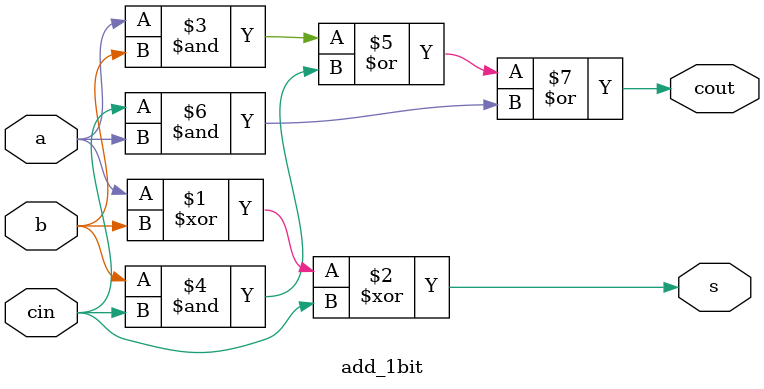
<source format=v>
`timescale 1ns/1ps

module add_1bit(
    input a,input b,input cin,
    output s,output cout
);
    wire s;
    wire cout;
    assign s=(a^b)^cin;
    assign cout=(a&b)|(b&cin)|(cin&a);

endmodule
</source>
